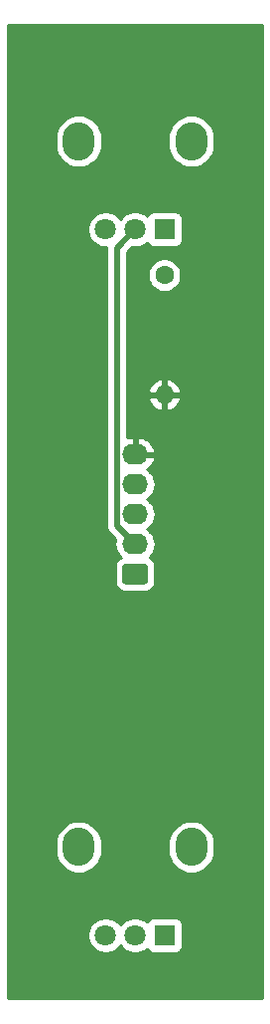
<source format=gbr>
%TF.GenerationSoftware,KiCad,Pcbnew,5.1.10-88a1d61d58~90~ubuntu20.10.1*%
%TF.CreationDate,2021-07-31T21:38:24+02:00*%
%TF.ProjectId,control,636f6e74-726f-46c2-9e6b-696361645f70,rev?*%
%TF.SameCoordinates,Original*%
%TF.FileFunction,Copper,L1,Top*%
%TF.FilePolarity,Positive*%
%FSLAX46Y46*%
G04 Gerber Fmt 4.6, Leading zero omitted, Abs format (unit mm)*
G04 Created by KiCad (PCBNEW 5.1.10-88a1d61d58~90~ubuntu20.10.1) date 2021-07-31 21:38:24*
%MOMM*%
%LPD*%
G01*
G04 APERTURE LIST*
%TA.AperFunction,ComponentPad*%
%ADD10O,2.720000X3.240000*%
%TD*%
%TA.AperFunction,ComponentPad*%
%ADD11C,1.800000*%
%TD*%
%TA.AperFunction,ComponentPad*%
%ADD12R,1.800000X1.800000*%
%TD*%
%TA.AperFunction,ComponentPad*%
%ADD13O,1.600000X1.600000*%
%TD*%
%TA.AperFunction,ComponentPad*%
%ADD14C,1.600000*%
%TD*%
%TA.AperFunction,ComponentPad*%
%ADD15O,2.190000X1.740000*%
%TD*%
%TA.AperFunction,Conductor*%
%ADD16C,0.508000*%
%TD*%
%TA.AperFunction,Conductor*%
%ADD17C,0.254000*%
%TD*%
%TA.AperFunction,Conductor*%
%ADD18C,0.100000*%
%TD*%
G04 APERTURE END LIST*
D10*
%TO.P,RV2,*%
%TO.N,*%
X91300000Y-122500000D03*
X81700000Y-122500000D03*
D11*
%TO.P,RV2,3*%
%TO.N,+12V*%
X84000000Y-130000000D03*
%TO.P,RV2,2*%
%TO.N,RES*%
X86500000Y-130000000D03*
D12*
%TO.P,RV2,1*%
%TO.N,-12V*%
X89000000Y-130000000D03*
%TD*%
D10*
%TO.P,RV1,*%
%TO.N,*%
X91300000Y-62500000D03*
X81700000Y-62500000D03*
D11*
%TO.P,RV1,3*%
%TO.N,+12V*%
X84000000Y-70000000D03*
%TO.P,RV1,2*%
%TO.N,FREQ*%
X86500000Y-70000000D03*
D12*
%TO.P,RV1,1*%
%TO.N,Net-(R1-Pad1)*%
X89000000Y-70000000D03*
%TD*%
D13*
%TO.P,R1,2*%
%TO.N,GND*%
X89000000Y-84060000D03*
D14*
%TO.P,R1,1*%
%TO.N,Net-(R1-Pad1)*%
X89000000Y-73900000D03*
%TD*%
D15*
%TO.P,J1,5*%
%TO.N,GND*%
X86500000Y-89140000D03*
%TO.P,J1,4*%
%TO.N,-12V*%
X86500000Y-91680000D03*
%TO.P,J1,3*%
%TO.N,+12V*%
X86500000Y-94220000D03*
%TO.P,J1,2*%
%TO.N,FREQ*%
X86500000Y-96760000D03*
%TO.P,J1,1*%
%TO.N,RES*%
%TA.AperFunction,ComponentPad*%
G36*
G01*
X87345001Y-100170000D02*
X85654999Y-100170000D01*
G75*
G02*
X85405000Y-99920001I0J249999D01*
G01*
X85405000Y-98679999D01*
G75*
G02*
X85654999Y-98430000I249999J0D01*
G01*
X87345001Y-98430000D01*
G75*
G02*
X87595000Y-98679999I0J-249999D01*
G01*
X87595000Y-99920001D01*
G75*
G02*
X87345001Y-100170000I-249999J0D01*
G01*
G37*
%TD.AperFunction*%
%TD*%
D16*
%TO.N,FREQ*%
X84950990Y-95210990D02*
X86500000Y-96760000D01*
X84950990Y-71549010D02*
X84950990Y-95210990D01*
X86500000Y-70000000D02*
X84950990Y-71549010D01*
%TD*%
D17*
%TO.N,GND*%
X97340000Y-135340000D02*
X75660000Y-135340000D01*
X75660000Y-129848816D01*
X82465000Y-129848816D01*
X82465000Y-130151184D01*
X82523989Y-130447743D01*
X82639701Y-130727095D01*
X82807688Y-130978505D01*
X83021495Y-131192312D01*
X83272905Y-131360299D01*
X83552257Y-131476011D01*
X83848816Y-131535000D01*
X84151184Y-131535000D01*
X84447743Y-131476011D01*
X84727095Y-131360299D01*
X84978505Y-131192312D01*
X85192312Y-130978505D01*
X85250000Y-130892169D01*
X85307688Y-130978505D01*
X85521495Y-131192312D01*
X85772905Y-131360299D01*
X86052257Y-131476011D01*
X86348816Y-131535000D01*
X86651184Y-131535000D01*
X86947743Y-131476011D01*
X87227095Y-131360299D01*
X87478505Y-131192312D01*
X87516120Y-131154697D01*
X87569463Y-131254494D01*
X87648815Y-131351185D01*
X87745506Y-131430537D01*
X87855820Y-131489502D01*
X87975518Y-131525812D01*
X88100000Y-131538072D01*
X89900000Y-131538072D01*
X90024482Y-131525812D01*
X90144180Y-131489502D01*
X90254494Y-131430537D01*
X90351185Y-131351185D01*
X90430537Y-131254494D01*
X90489502Y-131144180D01*
X90525812Y-131024482D01*
X90538072Y-130900000D01*
X90538072Y-129100000D01*
X90525812Y-128975518D01*
X90489502Y-128855820D01*
X90430537Y-128745506D01*
X90351185Y-128648815D01*
X90254494Y-128569463D01*
X90144180Y-128510498D01*
X90024482Y-128474188D01*
X89900000Y-128461928D01*
X88100000Y-128461928D01*
X87975518Y-128474188D01*
X87855820Y-128510498D01*
X87745506Y-128569463D01*
X87648815Y-128648815D01*
X87569463Y-128745506D01*
X87516120Y-128845303D01*
X87478505Y-128807688D01*
X87227095Y-128639701D01*
X86947743Y-128523989D01*
X86651184Y-128465000D01*
X86348816Y-128465000D01*
X86052257Y-128523989D01*
X85772905Y-128639701D01*
X85521495Y-128807688D01*
X85307688Y-129021495D01*
X85250000Y-129107831D01*
X85192312Y-129021495D01*
X84978505Y-128807688D01*
X84727095Y-128639701D01*
X84447743Y-128523989D01*
X84151184Y-128465000D01*
X83848816Y-128465000D01*
X83552257Y-128523989D01*
X83272905Y-128639701D01*
X83021495Y-128807688D01*
X82807688Y-129021495D01*
X82639701Y-129272905D01*
X82523989Y-129552257D01*
X82465000Y-129848816D01*
X75660000Y-129848816D01*
X75660000Y-122142003D01*
X79705000Y-122142003D01*
X79705000Y-122857998D01*
X79733867Y-123151088D01*
X79847943Y-123527147D01*
X80033193Y-123873725D01*
X80282498Y-124177503D01*
X80586276Y-124426807D01*
X80932854Y-124612057D01*
X81308913Y-124726133D01*
X81700000Y-124764652D01*
X82091088Y-124726133D01*
X82467147Y-124612057D01*
X82813725Y-124426807D01*
X83117503Y-124177503D01*
X83366807Y-123873725D01*
X83552057Y-123527147D01*
X83666133Y-123151087D01*
X83695000Y-122857997D01*
X83695000Y-122142003D01*
X89305000Y-122142003D01*
X89305000Y-122857998D01*
X89333867Y-123151088D01*
X89447943Y-123527147D01*
X89633193Y-123873725D01*
X89882498Y-124177503D01*
X90186276Y-124426807D01*
X90532854Y-124612057D01*
X90908913Y-124726133D01*
X91300000Y-124764652D01*
X91691088Y-124726133D01*
X92067147Y-124612057D01*
X92413725Y-124426807D01*
X92717503Y-124177503D01*
X92966807Y-123873725D01*
X93152057Y-123527147D01*
X93266133Y-123151087D01*
X93295000Y-122857997D01*
X93295000Y-122142002D01*
X93266133Y-121848912D01*
X93152057Y-121472853D01*
X92966807Y-121126275D01*
X92717503Y-120822497D01*
X92413725Y-120573193D01*
X92067146Y-120387943D01*
X91691087Y-120273867D01*
X91300000Y-120235348D01*
X90908912Y-120273867D01*
X90532853Y-120387943D01*
X90186275Y-120573193D01*
X89882497Y-120822497D01*
X89633193Y-121126275D01*
X89447943Y-121472854D01*
X89333867Y-121848913D01*
X89305000Y-122142003D01*
X83695000Y-122142003D01*
X83695000Y-122142002D01*
X83666133Y-121848912D01*
X83552057Y-121472853D01*
X83366807Y-121126275D01*
X83117503Y-120822497D01*
X82813725Y-120573193D01*
X82467146Y-120387943D01*
X82091087Y-120273867D01*
X81700000Y-120235348D01*
X81308912Y-120273867D01*
X80932853Y-120387943D01*
X80586275Y-120573193D01*
X80282497Y-120822497D01*
X80033193Y-121126275D01*
X79847943Y-121472854D01*
X79733867Y-121848913D01*
X79705000Y-122142003D01*
X75660000Y-122142003D01*
X75660000Y-69848816D01*
X82465000Y-69848816D01*
X82465000Y-70151184D01*
X82523989Y-70447743D01*
X82639701Y-70727095D01*
X82807688Y-70978505D01*
X83021495Y-71192312D01*
X83272905Y-71360299D01*
X83552257Y-71476011D01*
X83848816Y-71535000D01*
X84059070Y-71535000D01*
X84057690Y-71549010D01*
X84061990Y-71592670D01*
X84061991Y-95167320D01*
X84057690Y-95210990D01*
X84074854Y-95385264D01*
X84125688Y-95552842D01*
X84160070Y-95617166D01*
X84208238Y-95707281D01*
X84319332Y-95842649D01*
X84353249Y-95870484D01*
X84828074Y-96345310D01*
X84791776Y-96464968D01*
X84762718Y-96760000D01*
X84791776Y-97055032D01*
X84877834Y-97338725D01*
X85017583Y-97600179D01*
X85205655Y-97829345D01*
X85271114Y-97883066D01*
X85161613Y-97941595D01*
X85027038Y-98052038D01*
X84916595Y-98186613D01*
X84834528Y-98340149D01*
X84783992Y-98506745D01*
X84766928Y-98679999D01*
X84766928Y-99920001D01*
X84783992Y-100093255D01*
X84834528Y-100259851D01*
X84916595Y-100413387D01*
X85027038Y-100547962D01*
X85161613Y-100658405D01*
X85315149Y-100740472D01*
X85481745Y-100791008D01*
X85654999Y-100808072D01*
X87345001Y-100808072D01*
X87518255Y-100791008D01*
X87684851Y-100740472D01*
X87838387Y-100658405D01*
X87972962Y-100547962D01*
X88083405Y-100413387D01*
X88165472Y-100259851D01*
X88216008Y-100093255D01*
X88233072Y-99920001D01*
X88233072Y-98679999D01*
X88216008Y-98506745D01*
X88165472Y-98340149D01*
X88083405Y-98186613D01*
X87972962Y-98052038D01*
X87838387Y-97941595D01*
X87728886Y-97883066D01*
X87794345Y-97829345D01*
X87982417Y-97600179D01*
X88122166Y-97338725D01*
X88208224Y-97055032D01*
X88237282Y-96760000D01*
X88208224Y-96464968D01*
X88122166Y-96181275D01*
X87982417Y-95919821D01*
X87794345Y-95690655D01*
X87565179Y-95502583D01*
X87541638Y-95490000D01*
X87565179Y-95477417D01*
X87794345Y-95289345D01*
X87982417Y-95060179D01*
X88122166Y-94798725D01*
X88208224Y-94515032D01*
X88237282Y-94220000D01*
X88208224Y-93924968D01*
X88122166Y-93641275D01*
X87982417Y-93379821D01*
X87794345Y-93150655D01*
X87565179Y-92962583D01*
X87541638Y-92950000D01*
X87565179Y-92937417D01*
X87794345Y-92749345D01*
X87982417Y-92520179D01*
X88122166Y-92258725D01*
X88208224Y-91975032D01*
X88237282Y-91680000D01*
X88208224Y-91384968D01*
X88122166Y-91101275D01*
X87982417Y-90839821D01*
X87794345Y-90610655D01*
X87565179Y-90422583D01*
X87536848Y-90407440D01*
X87677433Y-90314708D01*
X87888306Y-90106326D01*
X88054474Y-89860809D01*
X88169551Y-89587591D01*
X88186302Y-89500031D01*
X88065246Y-89267000D01*
X86627000Y-89267000D01*
X86627000Y-89287000D01*
X86373000Y-89287000D01*
X86373000Y-89267000D01*
X86353000Y-89267000D01*
X86353000Y-89013000D01*
X86373000Y-89013000D01*
X86373000Y-87789624D01*
X86627000Y-87789624D01*
X86627000Y-89013000D01*
X88065246Y-89013000D01*
X88186302Y-88779969D01*
X88169551Y-88692409D01*
X88054474Y-88419191D01*
X87888306Y-88173674D01*
X87677433Y-87965292D01*
X87429958Y-87802053D01*
X87155392Y-87690231D01*
X86864286Y-87634123D01*
X86627000Y-87789624D01*
X86373000Y-87789624D01*
X86135714Y-87634123D01*
X85844608Y-87690231D01*
X85839990Y-87692112D01*
X85839990Y-84409040D01*
X87608091Y-84409040D01*
X87702930Y-84673881D01*
X87847615Y-84915131D01*
X88036586Y-85123519D01*
X88262580Y-85291037D01*
X88516913Y-85411246D01*
X88650961Y-85451904D01*
X88873000Y-85329915D01*
X88873000Y-84187000D01*
X89127000Y-84187000D01*
X89127000Y-85329915D01*
X89349039Y-85451904D01*
X89483087Y-85411246D01*
X89737420Y-85291037D01*
X89963414Y-85123519D01*
X90152385Y-84915131D01*
X90297070Y-84673881D01*
X90391909Y-84409040D01*
X90270624Y-84187000D01*
X89127000Y-84187000D01*
X88873000Y-84187000D01*
X87729376Y-84187000D01*
X87608091Y-84409040D01*
X85839990Y-84409040D01*
X85839990Y-83710960D01*
X87608091Y-83710960D01*
X87729376Y-83933000D01*
X88873000Y-83933000D01*
X88873000Y-82790085D01*
X89127000Y-82790085D01*
X89127000Y-83933000D01*
X90270624Y-83933000D01*
X90391909Y-83710960D01*
X90297070Y-83446119D01*
X90152385Y-83204869D01*
X89963414Y-82996481D01*
X89737420Y-82828963D01*
X89483087Y-82708754D01*
X89349039Y-82668096D01*
X89127000Y-82790085D01*
X88873000Y-82790085D01*
X88650961Y-82668096D01*
X88516913Y-82708754D01*
X88262580Y-82828963D01*
X88036586Y-82996481D01*
X87847615Y-83204869D01*
X87702930Y-83446119D01*
X87608091Y-83710960D01*
X85839990Y-83710960D01*
X85839990Y-73758665D01*
X87565000Y-73758665D01*
X87565000Y-74041335D01*
X87620147Y-74318574D01*
X87728320Y-74579727D01*
X87885363Y-74814759D01*
X88085241Y-75014637D01*
X88320273Y-75171680D01*
X88581426Y-75279853D01*
X88858665Y-75335000D01*
X89141335Y-75335000D01*
X89418574Y-75279853D01*
X89679727Y-75171680D01*
X89914759Y-75014637D01*
X90114637Y-74814759D01*
X90271680Y-74579727D01*
X90379853Y-74318574D01*
X90435000Y-74041335D01*
X90435000Y-73758665D01*
X90379853Y-73481426D01*
X90271680Y-73220273D01*
X90114637Y-72985241D01*
X89914759Y-72785363D01*
X89679727Y-72628320D01*
X89418574Y-72520147D01*
X89141335Y-72465000D01*
X88858665Y-72465000D01*
X88581426Y-72520147D01*
X88320273Y-72628320D01*
X88085241Y-72785363D01*
X87885363Y-72985241D01*
X87728320Y-73220273D01*
X87620147Y-73481426D01*
X87565000Y-73758665D01*
X85839990Y-73758665D01*
X85839990Y-71917245D01*
X86243236Y-71513999D01*
X86348816Y-71535000D01*
X86651184Y-71535000D01*
X86947743Y-71476011D01*
X87227095Y-71360299D01*
X87478505Y-71192312D01*
X87516120Y-71154697D01*
X87569463Y-71254494D01*
X87648815Y-71351185D01*
X87745506Y-71430537D01*
X87855820Y-71489502D01*
X87975518Y-71525812D01*
X88100000Y-71538072D01*
X89900000Y-71538072D01*
X90024482Y-71525812D01*
X90144180Y-71489502D01*
X90254494Y-71430537D01*
X90351185Y-71351185D01*
X90430537Y-71254494D01*
X90489502Y-71144180D01*
X90525812Y-71024482D01*
X90538072Y-70900000D01*
X90538072Y-69100000D01*
X90525812Y-68975518D01*
X90489502Y-68855820D01*
X90430537Y-68745506D01*
X90351185Y-68648815D01*
X90254494Y-68569463D01*
X90144180Y-68510498D01*
X90024482Y-68474188D01*
X89900000Y-68461928D01*
X88100000Y-68461928D01*
X87975518Y-68474188D01*
X87855820Y-68510498D01*
X87745506Y-68569463D01*
X87648815Y-68648815D01*
X87569463Y-68745506D01*
X87516120Y-68845303D01*
X87478505Y-68807688D01*
X87227095Y-68639701D01*
X86947743Y-68523989D01*
X86651184Y-68465000D01*
X86348816Y-68465000D01*
X86052257Y-68523989D01*
X85772905Y-68639701D01*
X85521495Y-68807688D01*
X85307688Y-69021495D01*
X85250000Y-69107831D01*
X85192312Y-69021495D01*
X84978505Y-68807688D01*
X84727095Y-68639701D01*
X84447743Y-68523989D01*
X84151184Y-68465000D01*
X83848816Y-68465000D01*
X83552257Y-68523989D01*
X83272905Y-68639701D01*
X83021495Y-68807688D01*
X82807688Y-69021495D01*
X82639701Y-69272905D01*
X82523989Y-69552257D01*
X82465000Y-69848816D01*
X75660000Y-69848816D01*
X75660000Y-62142003D01*
X79705000Y-62142003D01*
X79705000Y-62857998D01*
X79733867Y-63151088D01*
X79847943Y-63527147D01*
X80033193Y-63873725D01*
X80282498Y-64177503D01*
X80586276Y-64426807D01*
X80932854Y-64612057D01*
X81308913Y-64726133D01*
X81700000Y-64764652D01*
X82091088Y-64726133D01*
X82467147Y-64612057D01*
X82813725Y-64426807D01*
X83117503Y-64177503D01*
X83366807Y-63873725D01*
X83552057Y-63527147D01*
X83666133Y-63151087D01*
X83695000Y-62857997D01*
X83695000Y-62142003D01*
X89305000Y-62142003D01*
X89305000Y-62857998D01*
X89333867Y-63151088D01*
X89447943Y-63527147D01*
X89633193Y-63873725D01*
X89882498Y-64177503D01*
X90186276Y-64426807D01*
X90532854Y-64612057D01*
X90908913Y-64726133D01*
X91300000Y-64764652D01*
X91691088Y-64726133D01*
X92067147Y-64612057D01*
X92413725Y-64426807D01*
X92717503Y-64177503D01*
X92966807Y-63873725D01*
X93152057Y-63527147D01*
X93266133Y-63151087D01*
X93295000Y-62857997D01*
X93295000Y-62142002D01*
X93266133Y-61848912D01*
X93152057Y-61472853D01*
X92966807Y-61126275D01*
X92717503Y-60822497D01*
X92413725Y-60573193D01*
X92067146Y-60387943D01*
X91691087Y-60273867D01*
X91300000Y-60235348D01*
X90908912Y-60273867D01*
X90532853Y-60387943D01*
X90186275Y-60573193D01*
X89882497Y-60822497D01*
X89633193Y-61126275D01*
X89447943Y-61472854D01*
X89333867Y-61848913D01*
X89305000Y-62142003D01*
X83695000Y-62142003D01*
X83695000Y-62142002D01*
X83666133Y-61848912D01*
X83552057Y-61472853D01*
X83366807Y-61126275D01*
X83117503Y-60822497D01*
X82813725Y-60573193D01*
X82467146Y-60387943D01*
X82091087Y-60273867D01*
X81700000Y-60235348D01*
X81308912Y-60273867D01*
X80932853Y-60387943D01*
X80586275Y-60573193D01*
X80282497Y-60822497D01*
X80033193Y-61126275D01*
X79847943Y-61472854D01*
X79733867Y-61848913D01*
X79705000Y-62142003D01*
X75660000Y-62142003D01*
X75660000Y-52660000D01*
X97340001Y-52660000D01*
X97340000Y-135340000D01*
%TA.AperFunction,Conductor*%
D18*
G36*
X97340000Y-135340000D02*
G01*
X75660000Y-135340000D01*
X75660000Y-129848816D01*
X82465000Y-129848816D01*
X82465000Y-130151184D01*
X82523989Y-130447743D01*
X82639701Y-130727095D01*
X82807688Y-130978505D01*
X83021495Y-131192312D01*
X83272905Y-131360299D01*
X83552257Y-131476011D01*
X83848816Y-131535000D01*
X84151184Y-131535000D01*
X84447743Y-131476011D01*
X84727095Y-131360299D01*
X84978505Y-131192312D01*
X85192312Y-130978505D01*
X85250000Y-130892169D01*
X85307688Y-130978505D01*
X85521495Y-131192312D01*
X85772905Y-131360299D01*
X86052257Y-131476011D01*
X86348816Y-131535000D01*
X86651184Y-131535000D01*
X86947743Y-131476011D01*
X87227095Y-131360299D01*
X87478505Y-131192312D01*
X87516120Y-131154697D01*
X87569463Y-131254494D01*
X87648815Y-131351185D01*
X87745506Y-131430537D01*
X87855820Y-131489502D01*
X87975518Y-131525812D01*
X88100000Y-131538072D01*
X89900000Y-131538072D01*
X90024482Y-131525812D01*
X90144180Y-131489502D01*
X90254494Y-131430537D01*
X90351185Y-131351185D01*
X90430537Y-131254494D01*
X90489502Y-131144180D01*
X90525812Y-131024482D01*
X90538072Y-130900000D01*
X90538072Y-129100000D01*
X90525812Y-128975518D01*
X90489502Y-128855820D01*
X90430537Y-128745506D01*
X90351185Y-128648815D01*
X90254494Y-128569463D01*
X90144180Y-128510498D01*
X90024482Y-128474188D01*
X89900000Y-128461928D01*
X88100000Y-128461928D01*
X87975518Y-128474188D01*
X87855820Y-128510498D01*
X87745506Y-128569463D01*
X87648815Y-128648815D01*
X87569463Y-128745506D01*
X87516120Y-128845303D01*
X87478505Y-128807688D01*
X87227095Y-128639701D01*
X86947743Y-128523989D01*
X86651184Y-128465000D01*
X86348816Y-128465000D01*
X86052257Y-128523989D01*
X85772905Y-128639701D01*
X85521495Y-128807688D01*
X85307688Y-129021495D01*
X85250000Y-129107831D01*
X85192312Y-129021495D01*
X84978505Y-128807688D01*
X84727095Y-128639701D01*
X84447743Y-128523989D01*
X84151184Y-128465000D01*
X83848816Y-128465000D01*
X83552257Y-128523989D01*
X83272905Y-128639701D01*
X83021495Y-128807688D01*
X82807688Y-129021495D01*
X82639701Y-129272905D01*
X82523989Y-129552257D01*
X82465000Y-129848816D01*
X75660000Y-129848816D01*
X75660000Y-122142003D01*
X79705000Y-122142003D01*
X79705000Y-122857998D01*
X79733867Y-123151088D01*
X79847943Y-123527147D01*
X80033193Y-123873725D01*
X80282498Y-124177503D01*
X80586276Y-124426807D01*
X80932854Y-124612057D01*
X81308913Y-124726133D01*
X81700000Y-124764652D01*
X82091088Y-124726133D01*
X82467147Y-124612057D01*
X82813725Y-124426807D01*
X83117503Y-124177503D01*
X83366807Y-123873725D01*
X83552057Y-123527147D01*
X83666133Y-123151087D01*
X83695000Y-122857997D01*
X83695000Y-122142003D01*
X89305000Y-122142003D01*
X89305000Y-122857998D01*
X89333867Y-123151088D01*
X89447943Y-123527147D01*
X89633193Y-123873725D01*
X89882498Y-124177503D01*
X90186276Y-124426807D01*
X90532854Y-124612057D01*
X90908913Y-124726133D01*
X91300000Y-124764652D01*
X91691088Y-124726133D01*
X92067147Y-124612057D01*
X92413725Y-124426807D01*
X92717503Y-124177503D01*
X92966807Y-123873725D01*
X93152057Y-123527147D01*
X93266133Y-123151087D01*
X93295000Y-122857997D01*
X93295000Y-122142002D01*
X93266133Y-121848912D01*
X93152057Y-121472853D01*
X92966807Y-121126275D01*
X92717503Y-120822497D01*
X92413725Y-120573193D01*
X92067146Y-120387943D01*
X91691087Y-120273867D01*
X91300000Y-120235348D01*
X90908912Y-120273867D01*
X90532853Y-120387943D01*
X90186275Y-120573193D01*
X89882497Y-120822497D01*
X89633193Y-121126275D01*
X89447943Y-121472854D01*
X89333867Y-121848913D01*
X89305000Y-122142003D01*
X83695000Y-122142003D01*
X83695000Y-122142002D01*
X83666133Y-121848912D01*
X83552057Y-121472853D01*
X83366807Y-121126275D01*
X83117503Y-120822497D01*
X82813725Y-120573193D01*
X82467146Y-120387943D01*
X82091087Y-120273867D01*
X81700000Y-120235348D01*
X81308912Y-120273867D01*
X80932853Y-120387943D01*
X80586275Y-120573193D01*
X80282497Y-120822497D01*
X80033193Y-121126275D01*
X79847943Y-121472854D01*
X79733867Y-121848913D01*
X79705000Y-122142003D01*
X75660000Y-122142003D01*
X75660000Y-69848816D01*
X82465000Y-69848816D01*
X82465000Y-70151184D01*
X82523989Y-70447743D01*
X82639701Y-70727095D01*
X82807688Y-70978505D01*
X83021495Y-71192312D01*
X83272905Y-71360299D01*
X83552257Y-71476011D01*
X83848816Y-71535000D01*
X84059070Y-71535000D01*
X84057690Y-71549010D01*
X84061990Y-71592670D01*
X84061991Y-95167320D01*
X84057690Y-95210990D01*
X84074854Y-95385264D01*
X84125688Y-95552842D01*
X84160070Y-95617166D01*
X84208238Y-95707281D01*
X84319332Y-95842649D01*
X84353249Y-95870484D01*
X84828074Y-96345310D01*
X84791776Y-96464968D01*
X84762718Y-96760000D01*
X84791776Y-97055032D01*
X84877834Y-97338725D01*
X85017583Y-97600179D01*
X85205655Y-97829345D01*
X85271114Y-97883066D01*
X85161613Y-97941595D01*
X85027038Y-98052038D01*
X84916595Y-98186613D01*
X84834528Y-98340149D01*
X84783992Y-98506745D01*
X84766928Y-98679999D01*
X84766928Y-99920001D01*
X84783992Y-100093255D01*
X84834528Y-100259851D01*
X84916595Y-100413387D01*
X85027038Y-100547962D01*
X85161613Y-100658405D01*
X85315149Y-100740472D01*
X85481745Y-100791008D01*
X85654999Y-100808072D01*
X87345001Y-100808072D01*
X87518255Y-100791008D01*
X87684851Y-100740472D01*
X87838387Y-100658405D01*
X87972962Y-100547962D01*
X88083405Y-100413387D01*
X88165472Y-100259851D01*
X88216008Y-100093255D01*
X88233072Y-99920001D01*
X88233072Y-98679999D01*
X88216008Y-98506745D01*
X88165472Y-98340149D01*
X88083405Y-98186613D01*
X87972962Y-98052038D01*
X87838387Y-97941595D01*
X87728886Y-97883066D01*
X87794345Y-97829345D01*
X87982417Y-97600179D01*
X88122166Y-97338725D01*
X88208224Y-97055032D01*
X88237282Y-96760000D01*
X88208224Y-96464968D01*
X88122166Y-96181275D01*
X87982417Y-95919821D01*
X87794345Y-95690655D01*
X87565179Y-95502583D01*
X87541638Y-95490000D01*
X87565179Y-95477417D01*
X87794345Y-95289345D01*
X87982417Y-95060179D01*
X88122166Y-94798725D01*
X88208224Y-94515032D01*
X88237282Y-94220000D01*
X88208224Y-93924968D01*
X88122166Y-93641275D01*
X87982417Y-93379821D01*
X87794345Y-93150655D01*
X87565179Y-92962583D01*
X87541638Y-92950000D01*
X87565179Y-92937417D01*
X87794345Y-92749345D01*
X87982417Y-92520179D01*
X88122166Y-92258725D01*
X88208224Y-91975032D01*
X88237282Y-91680000D01*
X88208224Y-91384968D01*
X88122166Y-91101275D01*
X87982417Y-90839821D01*
X87794345Y-90610655D01*
X87565179Y-90422583D01*
X87536848Y-90407440D01*
X87677433Y-90314708D01*
X87888306Y-90106326D01*
X88054474Y-89860809D01*
X88169551Y-89587591D01*
X88186302Y-89500031D01*
X88065246Y-89267000D01*
X86627000Y-89267000D01*
X86627000Y-89287000D01*
X86373000Y-89287000D01*
X86373000Y-89267000D01*
X86353000Y-89267000D01*
X86353000Y-89013000D01*
X86373000Y-89013000D01*
X86373000Y-87789624D01*
X86627000Y-87789624D01*
X86627000Y-89013000D01*
X88065246Y-89013000D01*
X88186302Y-88779969D01*
X88169551Y-88692409D01*
X88054474Y-88419191D01*
X87888306Y-88173674D01*
X87677433Y-87965292D01*
X87429958Y-87802053D01*
X87155392Y-87690231D01*
X86864286Y-87634123D01*
X86627000Y-87789624D01*
X86373000Y-87789624D01*
X86135714Y-87634123D01*
X85844608Y-87690231D01*
X85839990Y-87692112D01*
X85839990Y-84409040D01*
X87608091Y-84409040D01*
X87702930Y-84673881D01*
X87847615Y-84915131D01*
X88036586Y-85123519D01*
X88262580Y-85291037D01*
X88516913Y-85411246D01*
X88650961Y-85451904D01*
X88873000Y-85329915D01*
X88873000Y-84187000D01*
X89127000Y-84187000D01*
X89127000Y-85329915D01*
X89349039Y-85451904D01*
X89483087Y-85411246D01*
X89737420Y-85291037D01*
X89963414Y-85123519D01*
X90152385Y-84915131D01*
X90297070Y-84673881D01*
X90391909Y-84409040D01*
X90270624Y-84187000D01*
X89127000Y-84187000D01*
X88873000Y-84187000D01*
X87729376Y-84187000D01*
X87608091Y-84409040D01*
X85839990Y-84409040D01*
X85839990Y-83710960D01*
X87608091Y-83710960D01*
X87729376Y-83933000D01*
X88873000Y-83933000D01*
X88873000Y-82790085D01*
X89127000Y-82790085D01*
X89127000Y-83933000D01*
X90270624Y-83933000D01*
X90391909Y-83710960D01*
X90297070Y-83446119D01*
X90152385Y-83204869D01*
X89963414Y-82996481D01*
X89737420Y-82828963D01*
X89483087Y-82708754D01*
X89349039Y-82668096D01*
X89127000Y-82790085D01*
X88873000Y-82790085D01*
X88650961Y-82668096D01*
X88516913Y-82708754D01*
X88262580Y-82828963D01*
X88036586Y-82996481D01*
X87847615Y-83204869D01*
X87702930Y-83446119D01*
X87608091Y-83710960D01*
X85839990Y-83710960D01*
X85839990Y-73758665D01*
X87565000Y-73758665D01*
X87565000Y-74041335D01*
X87620147Y-74318574D01*
X87728320Y-74579727D01*
X87885363Y-74814759D01*
X88085241Y-75014637D01*
X88320273Y-75171680D01*
X88581426Y-75279853D01*
X88858665Y-75335000D01*
X89141335Y-75335000D01*
X89418574Y-75279853D01*
X89679727Y-75171680D01*
X89914759Y-75014637D01*
X90114637Y-74814759D01*
X90271680Y-74579727D01*
X90379853Y-74318574D01*
X90435000Y-74041335D01*
X90435000Y-73758665D01*
X90379853Y-73481426D01*
X90271680Y-73220273D01*
X90114637Y-72985241D01*
X89914759Y-72785363D01*
X89679727Y-72628320D01*
X89418574Y-72520147D01*
X89141335Y-72465000D01*
X88858665Y-72465000D01*
X88581426Y-72520147D01*
X88320273Y-72628320D01*
X88085241Y-72785363D01*
X87885363Y-72985241D01*
X87728320Y-73220273D01*
X87620147Y-73481426D01*
X87565000Y-73758665D01*
X85839990Y-73758665D01*
X85839990Y-71917245D01*
X86243236Y-71513999D01*
X86348816Y-71535000D01*
X86651184Y-71535000D01*
X86947743Y-71476011D01*
X87227095Y-71360299D01*
X87478505Y-71192312D01*
X87516120Y-71154697D01*
X87569463Y-71254494D01*
X87648815Y-71351185D01*
X87745506Y-71430537D01*
X87855820Y-71489502D01*
X87975518Y-71525812D01*
X88100000Y-71538072D01*
X89900000Y-71538072D01*
X90024482Y-71525812D01*
X90144180Y-71489502D01*
X90254494Y-71430537D01*
X90351185Y-71351185D01*
X90430537Y-71254494D01*
X90489502Y-71144180D01*
X90525812Y-71024482D01*
X90538072Y-70900000D01*
X90538072Y-69100000D01*
X90525812Y-68975518D01*
X90489502Y-68855820D01*
X90430537Y-68745506D01*
X90351185Y-68648815D01*
X90254494Y-68569463D01*
X90144180Y-68510498D01*
X90024482Y-68474188D01*
X89900000Y-68461928D01*
X88100000Y-68461928D01*
X87975518Y-68474188D01*
X87855820Y-68510498D01*
X87745506Y-68569463D01*
X87648815Y-68648815D01*
X87569463Y-68745506D01*
X87516120Y-68845303D01*
X87478505Y-68807688D01*
X87227095Y-68639701D01*
X86947743Y-68523989D01*
X86651184Y-68465000D01*
X86348816Y-68465000D01*
X86052257Y-68523989D01*
X85772905Y-68639701D01*
X85521495Y-68807688D01*
X85307688Y-69021495D01*
X85250000Y-69107831D01*
X85192312Y-69021495D01*
X84978505Y-68807688D01*
X84727095Y-68639701D01*
X84447743Y-68523989D01*
X84151184Y-68465000D01*
X83848816Y-68465000D01*
X83552257Y-68523989D01*
X83272905Y-68639701D01*
X83021495Y-68807688D01*
X82807688Y-69021495D01*
X82639701Y-69272905D01*
X82523989Y-69552257D01*
X82465000Y-69848816D01*
X75660000Y-69848816D01*
X75660000Y-62142003D01*
X79705000Y-62142003D01*
X79705000Y-62857998D01*
X79733867Y-63151088D01*
X79847943Y-63527147D01*
X80033193Y-63873725D01*
X80282498Y-64177503D01*
X80586276Y-64426807D01*
X80932854Y-64612057D01*
X81308913Y-64726133D01*
X81700000Y-64764652D01*
X82091088Y-64726133D01*
X82467147Y-64612057D01*
X82813725Y-64426807D01*
X83117503Y-64177503D01*
X83366807Y-63873725D01*
X83552057Y-63527147D01*
X83666133Y-63151087D01*
X83695000Y-62857997D01*
X83695000Y-62142003D01*
X89305000Y-62142003D01*
X89305000Y-62857998D01*
X89333867Y-63151088D01*
X89447943Y-63527147D01*
X89633193Y-63873725D01*
X89882498Y-64177503D01*
X90186276Y-64426807D01*
X90532854Y-64612057D01*
X90908913Y-64726133D01*
X91300000Y-64764652D01*
X91691088Y-64726133D01*
X92067147Y-64612057D01*
X92413725Y-64426807D01*
X92717503Y-64177503D01*
X92966807Y-63873725D01*
X93152057Y-63527147D01*
X93266133Y-63151087D01*
X93295000Y-62857997D01*
X93295000Y-62142002D01*
X93266133Y-61848912D01*
X93152057Y-61472853D01*
X92966807Y-61126275D01*
X92717503Y-60822497D01*
X92413725Y-60573193D01*
X92067146Y-60387943D01*
X91691087Y-60273867D01*
X91300000Y-60235348D01*
X90908912Y-60273867D01*
X90532853Y-60387943D01*
X90186275Y-60573193D01*
X89882497Y-60822497D01*
X89633193Y-61126275D01*
X89447943Y-61472854D01*
X89333867Y-61848913D01*
X89305000Y-62142003D01*
X83695000Y-62142003D01*
X83695000Y-62142002D01*
X83666133Y-61848912D01*
X83552057Y-61472853D01*
X83366807Y-61126275D01*
X83117503Y-60822497D01*
X82813725Y-60573193D01*
X82467146Y-60387943D01*
X82091087Y-60273867D01*
X81700000Y-60235348D01*
X81308912Y-60273867D01*
X80932853Y-60387943D01*
X80586275Y-60573193D01*
X80282497Y-60822497D01*
X80033193Y-61126275D01*
X79847943Y-61472854D01*
X79733867Y-61848913D01*
X79705000Y-62142003D01*
X75660000Y-62142003D01*
X75660000Y-52660000D01*
X97340001Y-52660000D01*
X97340000Y-135340000D01*
G37*
%TD.AperFunction*%
%TD*%
M02*

</source>
